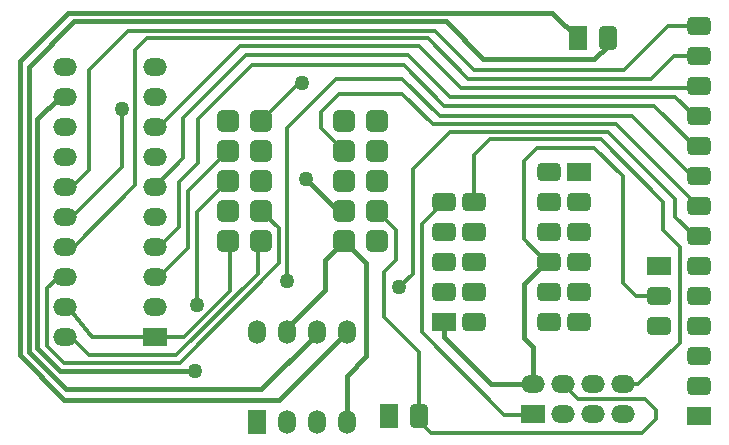
<source format=gbl>
G04 Layer_Physical_Order=2*
G04 Layer_Color=11436288*
%FSLAX42Y42*%
%MOMM*%
G71*
G01*
G75*
%ADD13C,0.30*%
%ADD14C,0.40*%
%ADD15C,0.35*%
G04:AMPARAMS|DCode=16|XSize=1.52mm|YSize=2.03mm|CornerRadius=0.38mm|HoleSize=0mm|Usage=FLASHONLY|Rotation=0.000|XOffset=0mm|YOffset=0mm|HoleType=Round|Shape=RoundedRectangle|*
%AMROUNDEDRECTD16*
21,1,1.52,1.27,0,0,0.0*
21,1,0.76,2.03,0,0,0.0*
1,1,0.76,0.38,-0.64*
1,1,0.76,-0.38,-0.64*
1,1,0.76,-0.38,0.64*
1,1,0.76,0.38,0.64*
%
%ADD16ROUNDEDRECTD16*%
%ADD17R,1.52X2.03*%
G04:AMPARAMS|DCode=18|XSize=1.52mm|YSize=2mm|CornerRadius=0.38mm|HoleSize=0mm|Usage=FLASHONLY|Rotation=90.000|XOffset=0mm|YOffset=0mm|HoleType=Round|Shape=RoundedRectangle|*
%AMROUNDEDRECTD18*
21,1,1.52,1.24,0,0,90.0*
21,1,0.76,2.00,0,0,90.0*
1,1,0.76,0.62,0.38*
1,1,0.76,0.62,-0.38*
1,1,0.76,-0.62,-0.38*
1,1,0.76,-0.62,0.38*
%
%ADD18ROUNDEDRECTD18*%
%ADD19R,2.00X1.52*%
%ADD20O,2.00X1.50*%
%ADD21R,2.00X1.50*%
G04:AMPARAMS|DCode=22|XSize=1.52mm|YSize=2.03mm|CornerRadius=0.38mm|HoleSize=0mm|Usage=FLASHONLY|Rotation=270.000|XOffset=0mm|YOffset=0mm|HoleType=Round|Shape=RoundedRectangle|*
%AMROUNDEDRECTD22*
21,1,1.52,1.27,0,0,270.0*
21,1,0.76,2.03,0,0,270.0*
1,1,0.76,-0.64,-0.38*
1,1,0.76,-0.64,0.38*
1,1,0.76,0.64,0.38*
1,1,0.76,0.64,-0.38*
%
%ADD22ROUNDEDRECTD22*%
%ADD23R,2.03X1.52*%
%ADD24O,2.00X1.52*%
%ADD25R,2.00X1.52*%
%ADD26O,1.50X2.00*%
%ADD27R,1.50X2.00*%
G04:AMPARAMS|DCode=28|XSize=1.88mm|YSize=1.88mm|CornerRadius=0.47mm|HoleSize=0mm|Usage=FLASHONLY|Rotation=270.000|XOffset=0mm|YOffset=0mm|HoleType=Round|Shape=RoundedRectangle|*
%AMROUNDEDRECTD28*
21,1,1.88,0.94,0,0,270.0*
21,1,0.94,1.88,0,0,270.0*
1,1,0.94,-0.47,-0.47*
1,1,0.94,-0.47,0.47*
1,1,0.94,0.47,0.47*
1,1,0.94,0.47,-0.47*
%
%ADD28ROUNDEDRECTD28*%
%ADD29C,1.27*%
D13*
X1029Y2172D02*
Y3315D01*
X508Y1651D02*
X1029Y2172D01*
X635Y3150D02*
X965Y3480D01*
X635Y2299D02*
Y3150D01*
X495Y2159D02*
X635Y2299D01*
X495Y1905D02*
X914Y2324D01*
Y2819D01*
X3137Y1054D02*
X3429Y762D01*
Y216D02*
Y762D01*
X3531Y76D02*
X5321D01*
X3429Y178D02*
X3531Y76D01*
X3429Y178D02*
Y216D01*
X3238Y1537D02*
Y1791D01*
X3137Y1435D02*
X3238Y1537D01*
X3137Y1054D02*
Y1435D01*
X2246Y1508D02*
Y1805D01*
X425Y667D02*
X1405D01*
X2068Y1422D02*
Y1702D01*
X640Y732D02*
X1378D01*
X1833Y1279D02*
Y1685D01*
X1194Y889D02*
X1443D01*
X1549Y1156D02*
Y1943D01*
X1443Y889D02*
X1833Y1279D01*
X1378Y732D02*
X2068Y1422D01*
X1405Y667D02*
X2246Y1508D01*
X1472Y2119D02*
X1816Y2464D01*
X1472Y1637D02*
Y2119D01*
X1232Y1397D02*
X1472Y1637D01*
X1397Y1816D02*
Y2197D01*
X1232Y1651D02*
X1397Y1816D01*
X1549Y1943D02*
X1816Y2210D01*
X1397Y2197D02*
X1562Y2362D01*
X3378Y1422D02*
Y2311D01*
X3245Y1289D02*
X3378Y1422D01*
X3226Y1308D02*
X3245Y1289D01*
X2413Y3035D02*
X2438D01*
X2096Y2718D02*
X2413Y3035D01*
X5423Y2845D02*
X5766Y2502D01*
X3645Y2845D02*
X5423D01*
X3302Y3188D02*
X3645Y2845D01*
X3696Y2921D02*
X5601D01*
X3340Y3277D02*
X3696Y2921D01*
X5601D02*
X5766Y2756D01*
X3785Y2997D02*
X5791D01*
X3432Y3350D02*
X3785Y2997D01*
X965Y3480D02*
X3569D01*
X1129Y3415D02*
X3507D01*
X1029Y3315D02*
X1129Y3415D01*
X1915Y3350D02*
X3432D01*
X1232Y2667D02*
X1915Y3350D01*
X1968Y3277D02*
X3340D01*
X1435Y2743D02*
X1968Y3277D01*
X2019Y3188D02*
X3302D01*
X1562Y2731D02*
X2019Y3188D01*
X3569Y3480D02*
X3899Y3150D01*
X3507Y3415D02*
X3848Y3073D01*
X3289D02*
X3610Y2753D01*
X2731Y3073D02*
X3289D01*
X2311Y2654D02*
X2731Y3073D01*
X3899Y3150D02*
X5169D01*
X3848Y3073D02*
X5397D01*
X5169Y3150D02*
X5537Y3518D01*
X5397Y3073D02*
X5588Y3264D01*
X5791Y2997D02*
X5804Y3010D01*
X3610Y2753D02*
X5235D01*
X3548Y2688D02*
X5097D01*
X3289Y2946D02*
X3548Y2688D01*
X2756Y2946D02*
X3289D01*
X5537Y3518D02*
X5804D01*
X5588Y3264D02*
X5804D01*
X4031Y2558D02*
X4973D01*
X3899Y2426D02*
X4031Y2558D01*
X3378Y2311D02*
X3690Y2623D01*
X4973Y2558D02*
X5499Y2032D01*
X5032Y2623D02*
X5601Y2054D01*
X3690Y2623D02*
X5032D01*
X5097Y2688D02*
X5791Y1994D01*
X5235Y2753D02*
X5740Y2248D01*
X4915Y2489D02*
X5156Y2248D01*
X4432Y2489D02*
X4915D01*
X5321Y76D02*
X5436Y190D01*
X3226Y1308D02*
X3264D01*
X282Y810D02*
X425Y667D01*
X282Y810D02*
Y1298D01*
X483Y889D02*
X640Y732D01*
X282Y1298D02*
X381Y1397D01*
X394Y2921D02*
X432D01*
X381Y1397D02*
X432D01*
X663Y889D02*
X1194D01*
X432D02*
X483D01*
X1194Y2912D02*
Y2921D01*
X2311Y1359D02*
Y2654D01*
X2096Y1956D02*
X2246Y1805D01*
X1194Y2667D02*
X1232D01*
X3073Y1956D02*
X3238Y1791D01*
X5436Y190D02*
Y267D01*
X5346Y357D02*
X5436Y267D01*
X4776Y357D02*
X5346D01*
X4648Y485D02*
X4776Y357D01*
X5766Y2502D02*
X5804D01*
X2604Y2794D02*
X2756Y2946D01*
X5639Y838D02*
Y1651D01*
X5285Y485D02*
X5639Y838D01*
X5766Y1740D02*
X5804D01*
X5601Y1905D02*
X5766Y1740D01*
X5601Y1905D02*
Y2054D01*
X462Y1140D02*
X663Y889D01*
X432Y1143D02*
X462Y1140D01*
X1194Y1397D02*
X1232D01*
X1194Y1651D02*
X1232D01*
X5270Y1232D02*
X5486D01*
X5156Y1346D02*
X5270Y1232D01*
X5156Y1346D02*
Y2248D01*
X5499Y1791D02*
Y2032D01*
X5791Y1994D02*
X5804D01*
X5740Y2248D02*
X5804D01*
X1562Y2362D02*
Y2731D01*
X1435Y2400D02*
Y2743D01*
X1194Y2159D02*
X1435Y2400D01*
X4318Y2375D02*
X4432Y2489D01*
X5499Y1791D02*
X5639Y1651D01*
X432Y2159D02*
X495D01*
X432Y1905D02*
X495D01*
X432Y1651D02*
X508D01*
X2604Y2654D02*
Y2794D01*
X4318Y1715D02*
Y2375D01*
X2068Y1702D02*
X2096D01*
X1816D02*
X1833Y1685D01*
X5766Y2756D02*
X5804D01*
X3899Y2032D02*
Y2426D01*
X4318Y1715D02*
X4509Y1524D01*
X4534D01*
X2604Y2654D02*
X2794Y2464D01*
X3454Y1842D02*
X3645Y2032D01*
D14*
X2248Y356D02*
X2819Y927D01*
X425Y356D02*
X2248D01*
X51Y730D02*
X425Y356D01*
X2095Y445D02*
X2565Y914D01*
X443Y445D02*
X2095D01*
X126Y761D02*
X443Y445D01*
X2311Y965D02*
X2633Y1287D01*
Y1541D01*
X2794Y1702D01*
X2743Y1956D02*
X2794D01*
X2476Y2223D02*
X2743Y1956D01*
X509Y3557D02*
X3656D01*
X126Y3174D02*
X509Y3557D01*
X4559Y3632D02*
X4775Y3416D01*
X3656Y3557D02*
X3975Y3238D01*
X2794Y1702D02*
X2984Y1511D01*
Y724D02*
Y1511D01*
X2819Y559D02*
X2984Y724D01*
X2819Y165D02*
Y559D01*
X2565Y914D02*
Y927D01*
X126Y761D02*
Y3174D01*
X396Y597D02*
X1537D01*
X201Y792D02*
Y2728D01*
Y792D02*
X396Y597D01*
X201Y2728D02*
X394Y2921D01*
X2311Y927D02*
Y965D01*
X4044Y485D02*
X4394D01*
X3645Y884D02*
X4044Y485D01*
X3645Y884D02*
Y1016D01*
X4394Y485D02*
Y800D01*
X4318Y876D02*
Y1334D01*
Y876D02*
X4394Y800D01*
X4318Y1334D02*
X4509Y1524D01*
X51Y730D02*
Y3226D01*
X457Y3632D01*
X4559D01*
X3975Y3238D02*
X4915D01*
X5029Y3353D01*
Y3416D01*
D15*
X3454Y927D02*
Y1842D01*
X4155Y226D02*
X4394D01*
X3454Y927D02*
X4155Y226D01*
X5156Y485D02*
X5285D01*
D16*
X3429Y216D02*
D03*
X5029Y3416D02*
D03*
D17*
X3175Y216D02*
D03*
X4775Y3416D02*
D03*
D18*
X5804Y1486D02*
D03*
Y1232D02*
D03*
Y470D02*
D03*
Y724D02*
D03*
Y978D02*
D03*
Y2248D02*
D03*
Y1994D02*
D03*
Y1740D02*
D03*
Y2502D02*
D03*
Y2756D02*
D03*
Y3518D02*
D03*
Y3264D02*
D03*
Y3010D02*
D03*
X3899Y1778D02*
D03*
Y1524D02*
D03*
X3645Y1778D02*
D03*
Y1524D02*
D03*
X3899Y1270D02*
D03*
Y1016D02*
D03*
X3645Y1270D02*
D03*
Y2032D02*
D03*
X3899D02*
D03*
X4534Y1524D02*
D03*
Y1778D02*
D03*
X4788Y1524D02*
D03*
Y1778D02*
D03*
X4534Y2032D02*
D03*
Y2286D02*
D03*
X4788Y2032D02*
D03*
Y1270D02*
D03*
Y1016D02*
D03*
X4534Y1270D02*
D03*
Y1016D02*
D03*
D19*
X5804Y216D02*
D03*
X3645Y1016D02*
D03*
X4788Y2286D02*
D03*
D20*
X432Y3175D02*
D03*
Y2921D02*
D03*
Y2667D02*
D03*
Y2413D02*
D03*
Y2159D02*
D03*
Y1905D02*
D03*
Y1651D02*
D03*
Y1397D02*
D03*
Y1143D02*
D03*
Y889D02*
D03*
X1194Y3175D02*
D03*
Y2921D02*
D03*
Y2667D02*
D03*
Y2413D02*
D03*
Y2159D02*
D03*
Y1905D02*
D03*
Y1651D02*
D03*
Y1397D02*
D03*
Y1143D02*
D03*
D21*
Y889D02*
D03*
D22*
X5461Y978D02*
D03*
Y1232D02*
D03*
D23*
Y1486D02*
D03*
D24*
X5156Y485D02*
D03*
Y231D02*
D03*
X4902Y485D02*
D03*
Y231D02*
D03*
X4648Y485D02*
D03*
Y231D02*
D03*
X4394Y485D02*
D03*
D25*
Y231D02*
D03*
D26*
X2819Y927D02*
D03*
X2565D02*
D03*
X2311D02*
D03*
X2057D02*
D03*
X2819Y165D02*
D03*
X2565D02*
D03*
X2311D02*
D03*
D27*
X2057D02*
D03*
D28*
X1816Y2718D02*
D03*
X2096D02*
D03*
X1816Y2464D02*
D03*
X2096D02*
D03*
X1816Y2210D02*
D03*
X2096D02*
D03*
X1816Y1956D02*
D03*
X2096D02*
D03*
X1816Y1702D02*
D03*
X2096D02*
D03*
X3073D02*
D03*
X2794D02*
D03*
X3073Y1956D02*
D03*
X2794D02*
D03*
X3073Y2210D02*
D03*
X2794D02*
D03*
X3073Y2464D02*
D03*
X2794D02*
D03*
X3073Y2718D02*
D03*
X2794D02*
D03*
D29*
X914Y2819D02*
D03*
X2476Y2223D02*
D03*
X1549Y1156D02*
D03*
X3264Y1308D02*
D03*
X1537Y597D02*
D03*
X2311Y1359D02*
D03*
X2438Y3035D02*
D03*
M02*

</source>
